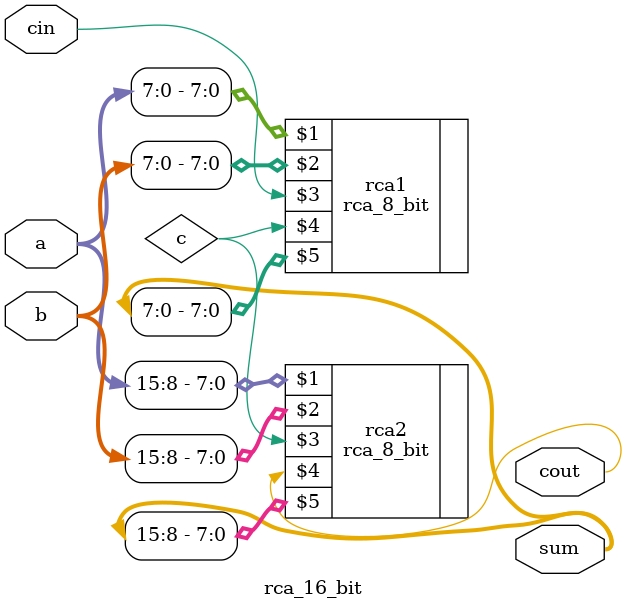
<source format=v>
`timescale 1ns / 1ps
module rca_16_bit(a, b, cin, cout, sum);
    input[15:0] a, b;
    input cin;
    output[15:0] sum;
    output cout;
    wire c;
    rca_8_bit rca1(a[7:0], b[7:0], cin, c, sum[7:0]);
    rca_8_bit rca2(a[15:8], b[15:8], c, cout, sum[15:8]);
endmodule

</source>
